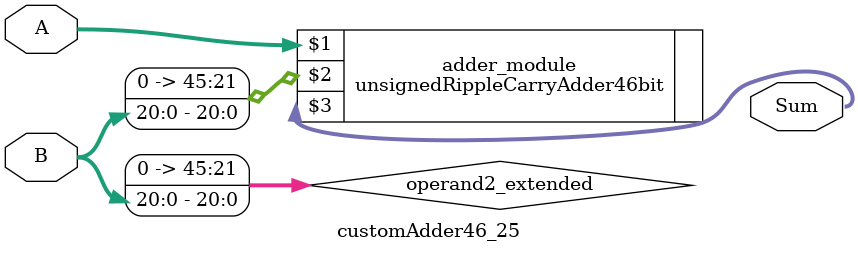
<source format=v>
module customAdder46_25(
                        input [45 : 0] A,
                        input [20 : 0] B,
                        
                        output [46 : 0] Sum
                );

        wire [45 : 0] operand2_extended;
        
        assign operand2_extended =  {25'b0, B};
        
        unsignedRippleCarryAdder46bit adder_module(
            A,
            operand2_extended,
            Sum
        );
        
        endmodule
        
</source>
